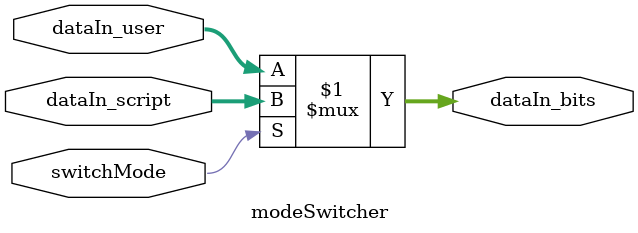
<source format=v>
`timescale 1ns / 1ps
/*
this module aims to judge current mode and output dataIn_bits
*/
module modeSwitcher(
input [7:0]dataIn_user,// data from output module
input [7:0]dataIn_script,// data from script module
input switchMode, // 1'b1 for script mode, 1'b0 for user mode
output [7:0]dataIn_bits // dataIn_bits for uart module 
);
assign dataIn_bits = (switchMode)? dataIn_script : dataIn_user; // judge the mode
endmodule



</source>
